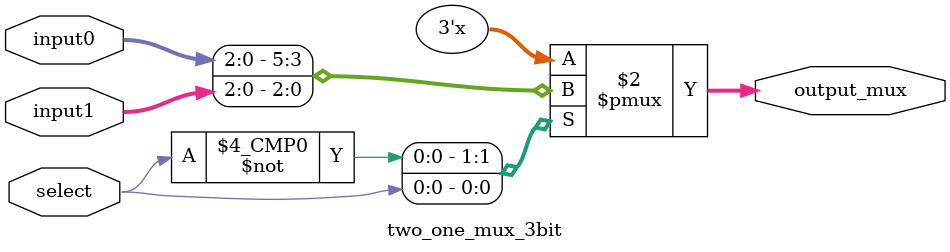
<source format=sv>
module two_one_mux_3bit(input logic select,
						  input logic [2:0] input0,
						  input logic [2:0] input1,
						  output logic [2:0] output_mux);
		always_comb
		begin
			unique case(select)
				1'b0:
					output_mux = input0;
				1'b1:
				   output_mux = input1;
				default : ;
			endcase
		end
endmodule

</source>
